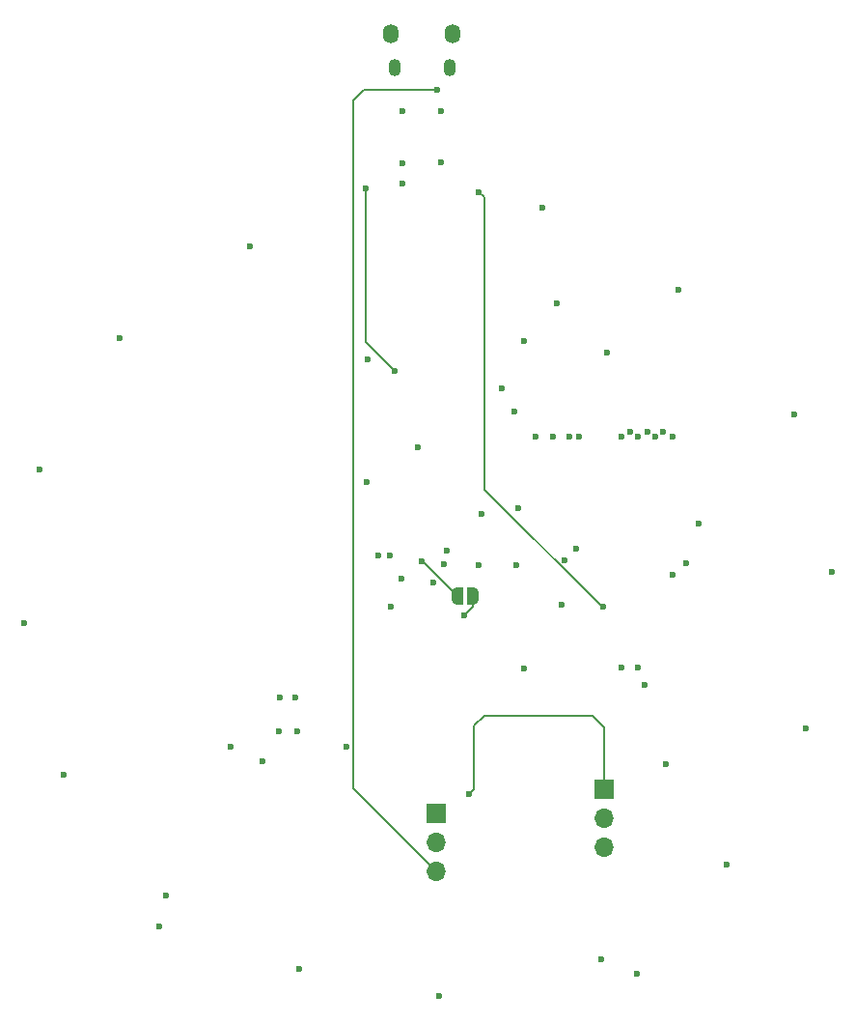
<source format=gbr>
%TF.GenerationSoftware,KiCad,Pcbnew,8.0.6*%
%TF.CreationDate,2024-11-26T17:38:28-05:00*%
%TF.ProjectId,Christmas Ornament 2024,43687269-7374-46d6-9173-204f726e616d,rev?*%
%TF.SameCoordinates,Original*%
%TF.FileFunction,Copper,L4,Bot*%
%TF.FilePolarity,Positive*%
%FSLAX46Y46*%
G04 Gerber Fmt 4.6, Leading zero omitted, Abs format (unit mm)*
G04 Created by KiCad (PCBNEW 8.0.6) date 2024-11-26 17:38:28*
%MOMM*%
%LPD*%
G01*
G04 APERTURE LIST*
G04 Aperture macros list*
%AMFreePoly0*
4,1,19,0.500000,-0.750000,0.000000,-0.750000,0.000000,-0.744911,-0.071157,-0.744911,-0.207708,-0.704816,-0.327430,-0.627875,-0.420627,-0.520320,-0.479746,-0.390866,-0.500000,-0.250000,-0.500000,0.250000,-0.479746,0.390866,-0.420627,0.520320,-0.327430,0.627875,-0.207708,0.704816,-0.071157,0.744911,0.000000,0.744911,0.000000,0.750000,0.500000,0.750000,0.500000,-0.750000,0.500000,-0.750000,
$1*%
%AMFreePoly1*
4,1,19,0.000000,0.744911,0.071157,0.744911,0.207708,0.704816,0.327430,0.627875,0.420627,0.520320,0.479746,0.390866,0.500000,0.250000,0.500000,-0.250000,0.479746,-0.390866,0.420627,-0.520320,0.327430,-0.627875,0.207708,-0.704816,0.071157,-0.744911,0.000000,-0.744911,0.000000,-0.750000,-0.500000,-0.750000,-0.500000,0.750000,0.000000,0.750000,0.000000,0.744911,0.000000,0.744911,
$1*%
G04 Aperture macros list end*
%TA.AperFunction,ComponentPad*%
%ADD10R,1.700000X1.700000*%
%TD*%
%TA.AperFunction,ComponentPad*%
%ADD11O,1.700000X1.700000*%
%TD*%
%TA.AperFunction,ComponentPad*%
%ADD12O,1.350000X1.700000*%
%TD*%
%TA.AperFunction,ComponentPad*%
%ADD13O,1.100000X1.500000*%
%TD*%
%TA.AperFunction,SMDPad,CuDef*%
%ADD14FreePoly0,180.000000*%
%TD*%
%TA.AperFunction,SMDPad,CuDef*%
%ADD15FreePoly1,180.000000*%
%TD*%
%TA.AperFunction,ViaPad*%
%ADD16C,0.600000*%
%TD*%
%TA.AperFunction,Conductor*%
%ADD17C,0.200000*%
%TD*%
G04 APERTURE END LIST*
D10*
%TO.P,J4,1,Pin_1*%
%TO.N,+5C*%
X128270000Y-120904000D03*
D11*
%TO.P,J4,2,Pin_2*%
%TO.N,+5ish*%
X128270000Y-123444000D03*
%TO.P,J4,3,Pin_3*%
%TO.N,+5V*%
X128270000Y-125984000D03*
%TD*%
D10*
%TO.P,J5,1,Pin_1*%
%TO.N,+BATT*%
X143020000Y-118760000D03*
D11*
%TO.P,J5,2,Pin_2*%
%TO.N,unconnected-(J5-Pin_2-Pad2)*%
X143020000Y-121300000D03*
%TO.P,J5,3,Pin_3*%
%TO.N,GND*%
X143020000Y-123840000D03*
%TD*%
D12*
%TO.P,J1,6,Shield*%
%TO.N,GND*%
X129755000Y-52560000D03*
D13*
X129444999Y-55559999D03*
X124605000Y-55560000D03*
D12*
X124295000Y-52560000D03*
%TD*%
D14*
%TO.P,JP1,1,A*%
%TO.N,GND*%
X131460000Y-101854000D03*
D15*
%TO.P,JP1,2,B*%
%TO.N,Net-(JP1-B)*%
X130160000Y-101854000D03*
%TD*%
D16*
%TO.N,GND*%
X128550000Y-136900000D03*
X142750000Y-133650000D03*
X153800000Y-125400000D03*
X160750000Y-113450000D03*
X163000000Y-99750000D03*
X159700000Y-85950000D03*
X125350000Y-65650000D03*
%TO.N,+3V3*%
X114500000Y-113700000D03*
X134000000Y-83600000D03*
X116100000Y-113700000D03*
X146600000Y-109600000D03*
X122300000Y-81100000D03*
X124206000Y-98298000D03*
X140800000Y-87900000D03*
X146800000Y-87400000D03*
X138900000Y-76200000D03*
X128700000Y-59300000D03*
X114600000Y-110700000D03*
X148200000Y-87400000D03*
X145300000Y-87400000D03*
X115900000Y-110700000D03*
X128700000Y-63800000D03*
X128036549Y-100663451D03*
X149000000Y-100000000D03*
X135500000Y-94100000D03*
X135300000Y-99100000D03*
%TO.N,GND*%
X116300000Y-134500000D03*
X140562500Y-97667500D03*
X136000000Y-108200000D03*
X149000000Y-87900000D03*
X92100000Y-104200000D03*
X129000000Y-99025000D03*
X132300000Y-94600000D03*
X130700000Y-103500000D03*
X150200000Y-98982500D03*
X129186403Y-97825000D03*
X143300000Y-80500000D03*
X124300000Y-102800000D03*
X104600000Y-128100000D03*
X138500000Y-87900000D03*
X120396000Y-115062000D03*
X132000000Y-99100000D03*
X139562500Y-98700000D03*
X95600000Y-117500000D03*
X140000000Y-87900000D03*
X135100000Y-85700000D03*
X125200000Y-100300000D03*
X136000000Y-79500000D03*
X125300000Y-59300000D03*
X151300000Y-95500000D03*
X147500000Y-87900000D03*
X144500000Y-108100000D03*
X139300000Y-102600000D03*
X104000000Y-130800000D03*
X146000000Y-108100000D03*
X111900000Y-71200000D03*
X125300000Y-63900000D03*
X149500000Y-75000000D03*
X144500000Y-87900000D03*
X137600000Y-67800000D03*
X93500000Y-90700000D03*
X123200000Y-98300000D03*
X122200000Y-91800000D03*
X100500000Y-79200000D03*
X146000000Y-87900000D03*
X110236000Y-115062000D03*
X113030000Y-116332000D03*
X137000000Y-87900000D03*
X126700000Y-88800000D03*
X145900000Y-134900000D03*
X148450000Y-116550000D03*
%TO.N,+BATT*%
X131200000Y-119200000D03*
%TO.N,+5V*%
X128400000Y-57500000D03*
%TO.N,Net-(JP1-B)*%
X127000000Y-98806000D03*
%TO.N,QSPI SS*%
X122100000Y-66100000D03*
X124600000Y-82100000D03*
%TO.N,Net-(SW1-A)*%
X142900000Y-102800000D03*
X132000000Y-66400000D03*
%TD*%
D17*
%TO.N,GND*%
X131460000Y-102740000D02*
X130700000Y-103500000D01*
X131460000Y-101854000D02*
X131460000Y-102740000D01*
%TO.N,+BATT*%
X132500000Y-112300000D02*
X131600000Y-113200000D01*
X143020000Y-118760000D02*
X143020000Y-113320000D01*
X142000000Y-112300000D02*
X132500000Y-112300000D01*
X131600000Y-113200000D02*
X131600000Y-118800000D01*
X143020000Y-113320000D02*
X142000000Y-112300000D01*
X131600000Y-118800000D02*
X131200000Y-119200000D01*
%TO.N,+5V*%
X121900000Y-57500000D02*
X120996000Y-58404000D01*
X120996000Y-58404000D02*
X120996000Y-118710000D01*
X128400000Y-57500000D02*
X121900000Y-57500000D01*
X120996000Y-118710000D02*
X128270000Y-125984000D01*
%TO.N,Net-(JP1-B)*%
X127112000Y-98806000D02*
X127000000Y-98806000D01*
X130160000Y-101854000D02*
X127112000Y-98806000D01*
%TO.N,QSPI SS*%
X122100000Y-79600000D02*
X124600000Y-82100000D01*
X122100000Y-66100000D02*
X122100000Y-79600000D01*
%TO.N,Net-(SW1-A)*%
X132500000Y-66900000D02*
X132000000Y-66400000D01*
X142900000Y-102800000D02*
X142813971Y-102800000D01*
X132500000Y-92486029D02*
X132500000Y-83700000D01*
X142813971Y-102800000D02*
X132500000Y-92486029D01*
X132500000Y-83700000D02*
X132500000Y-66900000D01*
%TD*%
M02*

</source>
